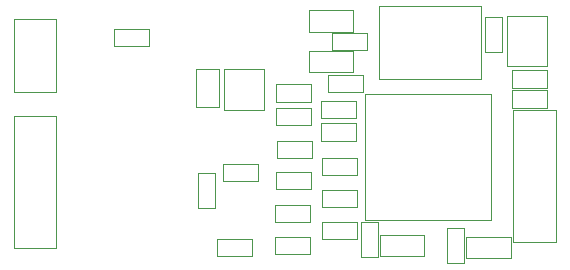
<source format=gbr>
G04 #@! TF.GenerationSoftware,KiCad,Pcbnew,(5.1.12)-1*
G04 #@! TF.CreationDate,2021-12-08T09:26:21+00:00*
G04 #@! TF.ProjectId,LightMinderSMD,4c696768-744d-4696-9e64-6572534d442e,rev?*
G04 #@! TF.SameCoordinates,Original*
G04 #@! TF.FileFunction,Other,User*
%FSLAX46Y46*%
G04 Gerber Fmt 4.6, Leading zero omitted, Abs format (unit mm)*
G04 Created by KiCad (PCBNEW (5.1.12)-1) date 2021-12-08 09:26:21*
%MOMM*%
%LPD*%
G01*
G04 APERTURE LIST*
%ADD10C,0.050000*%
G04 APERTURE END LIST*
D10*
X125570000Y-90820000D02*
X127030000Y-90820000D01*
X127030000Y-90820000D02*
X127030000Y-93780000D01*
X127030000Y-93780000D02*
X125570000Y-93780000D01*
X125570000Y-93780000D02*
X125570000Y-90820000D01*
X125255000Y-90770000D02*
X125255000Y-92230000D01*
X125255000Y-92230000D02*
X122295000Y-92230000D01*
X122295000Y-92230000D02*
X122295000Y-90770000D01*
X122295000Y-90770000D02*
X125255000Y-90770000D01*
X125155000Y-82470000D02*
X125155000Y-83930000D01*
X125155000Y-83930000D02*
X122195000Y-83930000D01*
X122195000Y-83930000D02*
X122195000Y-82470000D01*
X122195000Y-82470000D02*
X125155000Y-82470000D01*
X138345000Y-79430000D02*
X138345000Y-77970000D01*
X138345000Y-77970000D02*
X141305000Y-77970000D01*
X141305000Y-77970000D02*
X141305000Y-79430000D01*
X141305000Y-79430000D02*
X138345000Y-79430000D01*
X137530000Y-76405000D02*
X136070000Y-76405000D01*
X136070000Y-76405000D02*
X136070000Y-73445000D01*
X136070000Y-73445000D02*
X137530000Y-73445000D01*
X137530000Y-73445000D02*
X137530000Y-76405000D01*
X125255000Y-88070000D02*
X125255000Y-89530000D01*
X125255000Y-89530000D02*
X122295000Y-89530000D01*
X122295000Y-89530000D02*
X122295000Y-88070000D01*
X122295000Y-88070000D02*
X125255000Y-88070000D01*
X125155000Y-80570000D02*
X125155000Y-82030000D01*
X125155000Y-82030000D02*
X122195000Y-82030000D01*
X122195000Y-82030000D02*
X122195000Y-80570000D01*
X122195000Y-80570000D02*
X125155000Y-80570000D01*
X138345000Y-81130000D02*
X138345000Y-79670000D01*
X138345000Y-79670000D02*
X141305000Y-79670000D01*
X141305000Y-79670000D02*
X141305000Y-81130000D01*
X141305000Y-81130000D02*
X138345000Y-81130000D01*
X104710000Y-75930000D02*
X104710000Y-74470000D01*
X104710000Y-74470000D02*
X107670000Y-74470000D01*
X107670000Y-74470000D02*
X107670000Y-75930000D01*
X107670000Y-75930000D02*
X104710000Y-75930000D01*
X116905000Y-85870000D02*
X116905000Y-87330000D01*
X116905000Y-87330000D02*
X113945000Y-87330000D01*
X113945000Y-87330000D02*
X113945000Y-85870000D01*
X113945000Y-85870000D02*
X116905000Y-85870000D01*
X113420000Y-93730000D02*
X113420000Y-92270000D01*
X113420000Y-92270000D02*
X116380000Y-92270000D01*
X116380000Y-92270000D02*
X116380000Y-93730000D01*
X116380000Y-93730000D02*
X113420000Y-93730000D01*
X111770000Y-86695000D02*
X113230000Y-86695000D01*
X113230000Y-86695000D02*
X113230000Y-89655000D01*
X113230000Y-89655000D02*
X111770000Y-89655000D01*
X111770000Y-89655000D02*
X111770000Y-86695000D01*
X132870000Y-91345000D02*
X134330000Y-91345000D01*
X134330000Y-91345000D02*
X134330000Y-94305000D01*
X134330000Y-94305000D02*
X132870000Y-94305000D01*
X132870000Y-94305000D02*
X132870000Y-91345000D01*
X122820000Y-79830000D02*
X122820000Y-78370000D01*
X122820000Y-78370000D02*
X125780000Y-78370000D01*
X125780000Y-78370000D02*
X125780000Y-79830000D01*
X125780000Y-79830000D02*
X122820000Y-79830000D01*
X126105000Y-74770000D02*
X126105000Y-76230000D01*
X126105000Y-76230000D02*
X123145000Y-76230000D01*
X123145000Y-76230000D02*
X123145000Y-74770000D01*
X123145000Y-74770000D02*
X126105000Y-74770000D01*
X118445000Y-85430000D02*
X118445000Y-83970000D01*
X118445000Y-83970000D02*
X121405000Y-83970000D01*
X121405000Y-83970000D02*
X121405000Y-85430000D01*
X121405000Y-85430000D02*
X118445000Y-85430000D01*
X121305000Y-92070000D02*
X121305000Y-93530000D01*
X121305000Y-93530000D02*
X118345000Y-93530000D01*
X118345000Y-93530000D02*
X118345000Y-92070000D01*
X118345000Y-92070000D02*
X121305000Y-92070000D01*
X121280000Y-89370000D02*
X121280000Y-90830000D01*
X121280000Y-90830000D02*
X118320000Y-90830000D01*
X118320000Y-90830000D02*
X118320000Y-89370000D01*
X118320000Y-89370000D02*
X121280000Y-89370000D01*
X121380000Y-86570000D02*
X121380000Y-88030000D01*
X121380000Y-88030000D02*
X118420000Y-88030000D01*
X118420000Y-88030000D02*
X118420000Y-86570000D01*
X118420000Y-86570000D02*
X121380000Y-86570000D01*
X122320000Y-86830000D02*
X122320000Y-85370000D01*
X122320000Y-85370000D02*
X125280000Y-85370000D01*
X125280000Y-85370000D02*
X125280000Y-86830000D01*
X125280000Y-86830000D02*
X122320000Y-86830000D01*
X138500000Y-81320000D02*
X138500000Y-92520000D01*
X138500000Y-92520000D02*
X142100000Y-92520000D01*
X142100000Y-92520000D02*
X142100000Y-81320000D01*
X142100000Y-81320000D02*
X138500000Y-81320000D01*
X127120000Y-78700000D02*
X135770000Y-78700000D01*
X135770000Y-78700000D02*
X135770000Y-72550000D01*
X135770000Y-72550000D02*
X127120000Y-72550000D01*
X127120000Y-72550000D02*
X127120000Y-78700000D01*
X99800000Y-79800000D02*
X99800000Y-73650000D01*
X99800000Y-73650000D02*
X96200000Y-73650000D01*
X96200000Y-73650000D02*
X96200000Y-79800000D01*
X96200000Y-79800000D02*
X99800000Y-79800000D01*
X99800000Y-93000000D02*
X99800000Y-81800000D01*
X99800000Y-81800000D02*
X96200000Y-81800000D01*
X96200000Y-81800000D02*
X96200000Y-93000000D01*
X96200000Y-93000000D02*
X99800000Y-93000000D01*
X117400000Y-81350000D02*
X114000000Y-81350000D01*
X114000000Y-81350000D02*
X114000000Y-77850000D01*
X114000000Y-77850000D02*
X117400000Y-77850000D01*
X117400000Y-77850000D02*
X117400000Y-81350000D01*
X138280000Y-92100000D02*
X138280000Y-93900000D01*
X138280000Y-93900000D02*
X134520000Y-93900000D01*
X134520000Y-93900000D02*
X134520000Y-92100000D01*
X134520000Y-92100000D02*
X138280000Y-92100000D01*
X130942500Y-91900000D02*
X130942500Y-93700000D01*
X130942500Y-93700000D02*
X127182500Y-93700000D01*
X127182500Y-93700000D02*
X127182500Y-91900000D01*
X127182500Y-91900000D02*
X130942500Y-91900000D01*
X121182500Y-78100000D02*
X121182500Y-76300000D01*
X121182500Y-76300000D02*
X124942500Y-76300000D01*
X124942500Y-76300000D02*
X124942500Y-78100000D01*
X124942500Y-78100000D02*
X121182500Y-78100000D01*
X121182500Y-74700000D02*
X121182500Y-72900000D01*
X121182500Y-72900000D02*
X124942500Y-72900000D01*
X124942500Y-72900000D02*
X124942500Y-74700000D01*
X124942500Y-74700000D02*
X121182500Y-74700000D01*
X118432500Y-82630000D02*
X118432500Y-81170000D01*
X118432500Y-81170000D02*
X121392500Y-81170000D01*
X121392500Y-81170000D02*
X121392500Y-82630000D01*
X121392500Y-82630000D02*
X118432500Y-82630000D01*
X118407500Y-80630000D02*
X118407500Y-79170000D01*
X118407500Y-79170000D02*
X121367500Y-79170000D01*
X121367500Y-79170000D02*
X121367500Y-80630000D01*
X121367500Y-80630000D02*
X118407500Y-80630000D01*
X141350000Y-73400000D02*
X137950000Y-73400000D01*
X137950000Y-73400000D02*
X137950000Y-77600000D01*
X137950000Y-77600000D02*
X141350000Y-77600000D01*
X141350000Y-77600000D02*
X141350000Y-73400000D01*
X113550000Y-77900000D02*
X113550000Y-81100000D01*
X113550000Y-81100000D02*
X111650000Y-81100000D01*
X111650000Y-77900000D02*
X111650000Y-81100000D01*
X113550000Y-77900000D02*
X111650000Y-77900000D01*
X136566000Y-90604000D02*
X136566000Y-80004000D01*
X125966000Y-90604000D02*
X125966000Y-80004000D01*
X136566000Y-90604000D02*
X125966000Y-90604000D01*
X136566000Y-80004000D02*
X125966000Y-80004000D01*
M02*

</source>
